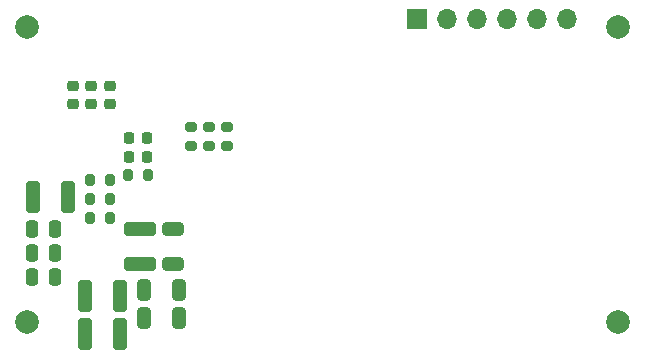
<source format=gbs>
G04 #@! TF.GenerationSoftware,KiCad,Pcbnew,9.0.0*
G04 #@! TF.CreationDate,2025-02-24T19:41:21+01:00*
G04 #@! TF.ProjectId,SourceFIle,536f7572-6365-4464-996c-652e6b696361,02*
G04 #@! TF.SameCoordinates,Original*
G04 #@! TF.FileFunction,Soldermask,Bot*
G04 #@! TF.FilePolarity,Negative*
%FSLAX46Y46*%
G04 Gerber Fmt 4.6, Leading zero omitted, Abs format (unit mm)*
G04 Created by KiCad (PCBNEW 9.0.0) date 2025-02-24 19:41:21*
%MOMM*%
%LPD*%
G01*
G04 APERTURE LIST*
G04 Aperture macros list*
%AMRoundRect*
0 Rectangle with rounded corners*
0 $1 Rounding radius*
0 $2 $3 $4 $5 $6 $7 $8 $9 X,Y pos of 4 corners*
0 Add a 4 corners polygon primitive as box body*
4,1,4,$2,$3,$4,$5,$6,$7,$8,$9,$2,$3,0*
0 Add four circle primitives for the rounded corners*
1,1,$1+$1,$2,$3*
1,1,$1+$1,$4,$5*
1,1,$1+$1,$6,$7*
1,1,$1+$1,$8,$9*
0 Add four rect primitives between the rounded corners*
20,1,$1+$1,$2,$3,$4,$5,0*
20,1,$1+$1,$4,$5,$6,$7,0*
20,1,$1+$1,$6,$7,$8,$9,0*
20,1,$1+$1,$8,$9,$2,$3,0*%
G04 Aperture macros list end*
%ADD10R,1.700000X1.700000*%
%ADD11O,1.700000X1.700000*%
%ADD12C,2.000000*%
%ADD13RoundRect,0.225000X0.225000X0.250000X-0.225000X0.250000X-0.225000X-0.250000X0.225000X-0.250000X0*%
%ADD14RoundRect,0.250000X0.250000X0.475000X-0.250000X0.475000X-0.250000X-0.475000X0.250000X-0.475000X0*%
%ADD15RoundRect,0.250000X0.325000X1.100000X-0.325000X1.100000X-0.325000X-1.100000X0.325000X-1.100000X0*%
%ADD16RoundRect,0.225000X0.250000X-0.225000X0.250000X0.225000X-0.250000X0.225000X-0.250000X-0.225000X0*%
%ADD17RoundRect,0.250000X0.650000X-0.325000X0.650000X0.325000X-0.650000X0.325000X-0.650000X-0.325000X0*%
%ADD18RoundRect,0.250000X-0.325000X-1.100000X0.325000X-1.100000X0.325000X1.100000X-0.325000X1.100000X0*%
%ADD19RoundRect,0.250000X0.325000X0.650000X-0.325000X0.650000X-0.325000X-0.650000X0.325000X-0.650000X0*%
%ADD20RoundRect,0.200000X-0.200000X-0.275000X0.200000X-0.275000X0.200000X0.275000X-0.200000X0.275000X0*%
%ADD21RoundRect,0.200000X0.200000X0.275000X-0.200000X0.275000X-0.200000X-0.275000X0.200000X-0.275000X0*%
%ADD22RoundRect,0.250000X1.100000X-0.325000X1.100000X0.325000X-1.100000X0.325000X-1.100000X-0.325000X0*%
%ADD23RoundRect,0.200000X-0.275000X0.200000X-0.275000X-0.200000X0.275000X-0.200000X0.275000X0.200000X0*%
G04 APERTURE END LIST*
D10*
X161830000Y-71660000D03*
D11*
X164370000Y-71660000D03*
X166910000Y-71660000D03*
X169450000Y-71660000D03*
X171990000Y-71660000D03*
X174530000Y-71660000D03*
D12*
X178831250Y-72375000D03*
X128791250Y-97375000D03*
X128791250Y-72375000D03*
X178831250Y-97375000D03*
D13*
X138965000Y-83360000D03*
X137415000Y-83360000D03*
D14*
X131110000Y-89480000D03*
X129210000Y-89480000D03*
D15*
X132265000Y-86730000D03*
X129315000Y-86730000D03*
D16*
X134230000Y-78905000D03*
X134230000Y-77355000D03*
D17*
X141170000Y-92455000D03*
X141170000Y-89505000D03*
D18*
X133685000Y-95110000D03*
X136635000Y-95110000D03*
D14*
X131120000Y-91530000D03*
X129220000Y-91530000D03*
X131120000Y-93570000D03*
X129220000Y-93570000D03*
D13*
X138965000Y-81800000D03*
X137415000Y-81800000D03*
D19*
X141615000Y-97050000D03*
X138665000Y-97050000D03*
D20*
X137345000Y-84900000D03*
X138995000Y-84900000D03*
D21*
X135765000Y-85370000D03*
X134115000Y-85370000D03*
D16*
X132690000Y-78915000D03*
X132690000Y-77365000D03*
D22*
X138310000Y-92465000D03*
X138310000Y-89515000D03*
D23*
X142620000Y-80820000D03*
X142620000Y-82470000D03*
X145710000Y-80820000D03*
X145710000Y-82470000D03*
D19*
X141615000Y-94630000D03*
X138665000Y-94630000D03*
D18*
X133685000Y-98410000D03*
X136635000Y-98410000D03*
D21*
X135775000Y-88520000D03*
X134125000Y-88520000D03*
D23*
X144170000Y-80820000D03*
X144170000Y-82470000D03*
D21*
X135765000Y-86950000D03*
X134115000Y-86950000D03*
D16*
X135780000Y-78915000D03*
X135780000Y-77365000D03*
M02*

</source>
